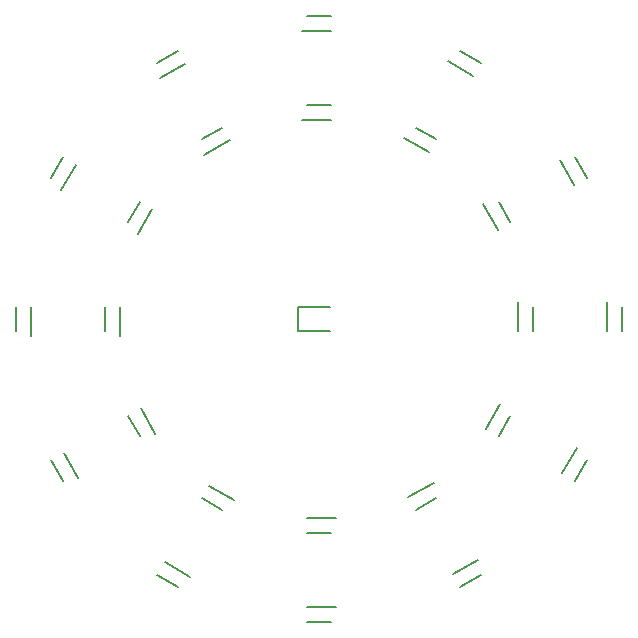
<source format=gbr>
%TF.GenerationSoftware,KiCad,Pcbnew,6.0.7+dfsg-1~bpo11+1*%
%TF.CreationDate,2022-09-09T13:16:43+02:00*%
%TF.ProjectId,pcb,7063622e-6b69-4636-9164-5f7063625858,0.1*%
%TF.SameCoordinates,Original*%
%TF.FileFunction,Legend,Bot*%
%TF.FilePolarity,Positive*%
%FSLAX46Y46*%
G04 Gerber Fmt 4.6, Leading zero omitted, Abs format (unit mm)*
G04 Created by KiCad (PCBNEW 6.0.7+dfsg-1~bpo11+1) date 2022-09-09 13:16:43*
%MOMM*%
%LPD*%
G01*
G04 APERTURE LIST*
%ADD10C,0.200000*%
G04 APERTURE END LIST*
D10*
%TO.C,V17*%
X174375000Y-101000000D02*
X174375000Y-98525000D01*
X175625000Y-99000000D02*
X175625000Y-101000000D01*
%TO.C,V14*%
X149000000Y-124375000D02*
X151475000Y-124375000D01*
X151000000Y-125625000D02*
X149000000Y-125625000D01*
%TO.C,V13*%
X136946475Y-120609734D02*
X139089887Y-121847234D01*
X138053525Y-122692266D02*
X136321475Y-121692266D01*
%TO.C,V18*%
X171692266Y-86321475D02*
X172692266Y-88053525D01*
X171609734Y-88678525D02*
X170372234Y-86535113D01*
%TO.C,V29*%
X168125000Y-99000000D02*
X168125000Y-101000000D01*
X166875000Y-101000000D02*
X166875000Y-98525000D01*
%TO.C,V25*%
X140696475Y-114113734D02*
X142839887Y-115351234D01*
X141803525Y-116196266D02*
X140071475Y-115196266D01*
%TO.C,V10*%
X127307734Y-88053525D02*
X128307734Y-86321475D01*
X129390266Y-86946475D02*
X128152766Y-89089887D01*
%TO.C,V19*%
X163053525Y-79390266D02*
X160910113Y-78152766D01*
X161946475Y-77307734D02*
X163678525Y-78307734D01*
%TO.C,V15*%
X161321475Y-121609734D02*
X163464887Y-120372234D01*
X163678525Y-121692266D02*
X161946475Y-122692266D01*
%TO.C,V9*%
X138678525Y-78390266D02*
X136535113Y-79627766D01*
X136321475Y-78307734D02*
X138053525Y-77307734D01*
%TO.C,V16*%
X170609734Y-113053525D02*
X171847234Y-110910113D01*
X172692266Y-111946475D02*
X171692266Y-113678525D01*
%TO.C,V31*%
X158196475Y-83803734D02*
X159928525Y-84803734D01*
X159303525Y-85886266D02*
X157160113Y-84648766D01*
%TO.C,V30*%
X165196266Y-90071475D02*
X166196266Y-91803525D01*
X165113734Y-92428525D02*
X163876234Y-90285113D01*
%TO.C,V21*%
X140071475Y-84803734D02*
X141803525Y-83803734D01*
X142428525Y-84886266D02*
X140285113Y-86123766D01*
%TO.C,V27*%
X157571475Y-115113734D02*
X159714887Y-113876234D01*
X159928525Y-115196266D02*
X158196475Y-116196266D01*
%TO.C,V28*%
X166196266Y-108196475D02*
X165196266Y-109928525D01*
X164113734Y-109303525D02*
X165351234Y-107160113D01*
%TO.C,V34*%
X150950000Y-101050000D02*
X148250000Y-101050000D01*
X148250000Y-98950000D02*
X150950000Y-98950000D01*
X148250000Y-101050000D02*
X148250000Y-98950000D01*
%TO.C,V12*%
X128390266Y-111321475D02*
X129627766Y-113464887D01*
X128307734Y-113678525D02*
X127307734Y-111946475D01*
%TO.C,V23*%
X133125000Y-99000000D02*
X133125000Y-101475000D01*
X131875000Y-101000000D02*
X131875000Y-99000000D01*
%TO.C,V24*%
X134886266Y-107571475D02*
X136123766Y-109714887D01*
X134803734Y-109928525D02*
X133803734Y-108196475D01*
%TO.C,V8*%
X149000000Y-74375000D02*
X151000000Y-74375000D01*
X151000000Y-75625000D02*
X148525000Y-75625000D01*
%TO.C,V20*%
X149000000Y-81875000D02*
X151000000Y-81875000D01*
X151000000Y-83125000D02*
X148525000Y-83125000D01*
%TO.C,V22*%
X135886266Y-90696475D02*
X134648766Y-92839887D01*
X133803734Y-91803525D02*
X134803734Y-90071475D01*
%TO.C,V11*%
X125625000Y-99000000D02*
X125625000Y-101475000D01*
X124375000Y-101000000D02*
X124375000Y-99000000D01*
%TO.C,V26*%
X149000000Y-116875000D02*
X151475000Y-116875000D01*
X151000000Y-118125000D02*
X149000000Y-118125000D01*
%TD*%
M02*

</source>
